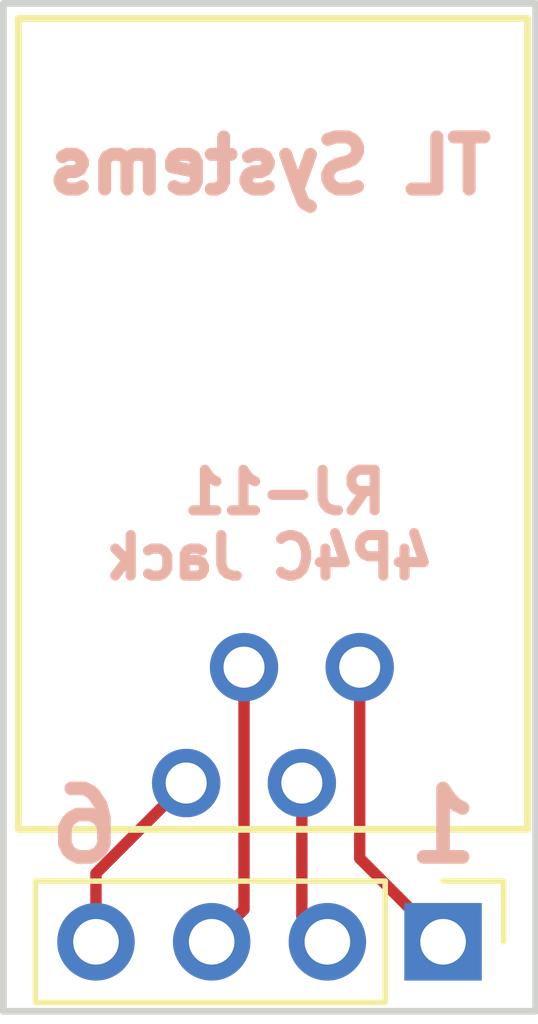
<source format=kicad_pcb>
(kicad_pcb (version 20171130) (host pcbnew "(5.0.2)-1")

  (general
    (thickness 1.6)
    (drawings 8)
    (tracks 8)
    (zones 0)
    (modules 2)
    (nets 5)
  )

  (page A)
  (title_block
    (title "RJ-11 4P4C Jack")
    (date 2019-02-10)
    (rev v0.1)
    (company "TL Systems")
  )

  (layers
    (0 F.Cu signal)
    (31 B.Cu signal)
    (32 B.Adhes user hide)
    (33 F.Adhes user hide)
    (34 B.Paste user hide)
    (35 F.Paste user hide)
    (36 B.SilkS user)
    (37 F.SilkS user)
    (38 B.Mask user hide)
    (39 F.Mask user hide)
    (40 Dwgs.User user hide)
    (41 Cmts.User user hide)
    (42 Eco1.User user hide)
    (43 Eco2.User user hide)
    (44 Edge.Cuts user)
    (45 Margin user hide)
    (46 B.CrtYd user hide)
    (47 F.CrtYd user hide)
    (48 B.Fab user hide)
    (49 F.Fab user hide)
  )

  (setup
    (last_trace_width 0.25)
    (trace_clearance 0.2)
    (zone_clearance 0.508)
    (zone_45_only no)
    (trace_min 0.2)
    (segment_width 0.2)
    (edge_width 0.15)
    (via_size 0.8)
    (via_drill 0.4)
    (via_min_size 0.4)
    (via_min_drill 0.3)
    (uvia_size 0.3)
    (uvia_drill 0.1)
    (uvias_allowed no)
    (uvia_min_size 0.2)
    (uvia_min_drill 0.1)
    (pcb_text_width 0.3)
    (pcb_text_size 1.5 1.5)
    (mod_edge_width 0.15)
    (mod_text_size 1 1)
    (mod_text_width 0.15)
    (pad_size 1.524 1.524)
    (pad_drill 0.762)
    (pad_to_mask_clearance 0.051)
    (solder_mask_min_width 0.25)
    (aux_axis_origin 0 0)
    (visible_elements FFFFFF7F)
    (pcbplotparams
      (layerselection 0x010fc_ffffffff)
      (usegerberextensions false)
      (usegerberattributes false)
      (usegerberadvancedattributes false)
      (creategerberjobfile false)
      (excludeedgelayer true)
      (linewidth 0.100000)
      (plotframeref false)
      (viasonmask false)
      (mode 1)
      (useauxorigin false)
      (hpglpennumber 1)
      (hpglpenspeed 20)
      (hpglpendiameter 15.000000)
      (psnegative false)
      (psa4output false)
      (plotreference true)
      (plotvalue true)
      (plotinvisibletext false)
      (padsonsilk false)
      (subtractmaskfromsilk false)
      (outputformat 1)
      (mirror false)
      (drillshape 0)
      (scaleselection 1)
      (outputdirectory "Gerbers"))
  )

  (net 0 "")
  (net 1 "Net-(J1-Pad1)")
  (net 2 "Net-(J1-Pad3)")
  (net 3 "Net-(J1-Pad4)")
  (net 4 "Net-(J1-Pad2)")

  (net_class Default "This is the default net class."
    (clearance 0.2)
    (trace_width 0.25)
    (via_dia 0.8)
    (via_drill 0.4)
    (uvia_dia 0.3)
    (uvia_drill 0.1)
    (add_net "Net-(J1-Pad1)")
    (add_net "Net-(J1-Pad2)")
    (add_net "Net-(J1-Pad3)")
    (add_net "Net-(J1-Pad4)")
  )

  (module TLS-Pin_Headers:RJ-11_4P4C_RightAngle (layer F.Cu) (tedit 5C60DE8D) (tstamp 5C6D70CD)
    (at 150.697001 80.593001 180)
    (path /5C60D9B8)
    (fp_text reference J1 (at -0.019117 3.010963) (layer F.SilkS) hide
      (effects (font (size 1 1) (thickness 0.15)))
    )
    (fp_text value 4P4C (at 0 -4.826) (layer F.Fab)
      (effects (font (size 1 1) (thickness 0.15)))
    )
    (fp_line (start -5.588 14.224) (end -5.588 -3.556) (layer F.SilkS) (width 0.15))
    (fp_line (start -5.588 -3.556) (end 5.588 -3.556) (layer F.SilkS) (width 0.15))
    (fp_line (start 5.588 14.224) (end 5.588 -3.556) (layer F.SilkS) (width 0.15))
    (fp_line (start 5.588 14.224) (end -5.588 14.224) (layer F.SilkS) (width 0.15))
    (pad "" np_thru_hole circle (at -3.81 6.35) (size 3.2 3.2) (drill 3.2) (layers *.Cu *.Mask))
    (pad "" np_thru_hole circle (at 3.81 6.35) (size 3.2 3.2) (drill 3.2) (layers *.Cu *.Mask))
    (pad 1 thru_hole circle (at -1.905 0) (size 1.5 1.5) (drill 0.9) (layers *.Cu *.Mask)
      (net 1 "Net-(J1-Pad1)"))
    (pad 3 thru_hole circle (at 0.635 0) (size 1.5 1.5) (drill 0.9) (layers *.Cu *.Mask)
      (net 2 "Net-(J1-Pad3)"))
    (pad 4 thru_hole circle (at 1.905 -2.54) (size 1.5 1.5) (drill 0.9) (layers *.Cu *.Mask)
      (net 3 "Net-(J1-Pad4)"))
    (pad 2 thru_hole circle (at -0.635 -2.54) (size 1.5 1.5) (drill 0.9) (layers *.Cu *.Mask)
      (net 4 "Net-(J1-Pad2)"))
  )

  (module Connector_PinHeader_2.54mm:PinHeader_1x04_P2.54mm_Vertical (layer F.Cu) (tedit 5C60DED5) (tstamp 5C6D70E5)
    (at 154.432 86.614 270)
    (descr "Through hole straight pin header, 1x04, 2.54mm pitch, single row")
    (tags "Through hole pin header THT 1x04 2.54mm single row")
    (path /5C60DA43)
    (fp_text reference J2 (at 0 -2.33 270) (layer F.SilkS) hide
      (effects (font (size 1 1) (thickness 0.15)))
    )
    (fp_text value Conn_01x04 (at 0 9.95 90) (layer F.Fab) hide
      (effects (font (size 1 1) (thickness 0.15)))
    )
    (fp_line (start -0.635 -1.27) (end 1.27 -1.27) (layer F.Fab) (width 0.1))
    (fp_line (start 1.27 -1.27) (end 1.27 8.89) (layer F.Fab) (width 0.1))
    (fp_line (start 1.27 8.89) (end -1.27 8.89) (layer F.Fab) (width 0.1))
    (fp_line (start -1.27 8.89) (end -1.27 -0.635) (layer F.Fab) (width 0.1))
    (fp_line (start -1.27 -0.635) (end -0.635 -1.27) (layer F.Fab) (width 0.1))
    (fp_line (start -1.33 8.95) (end 1.33 8.95) (layer F.SilkS) (width 0.12))
    (fp_line (start -1.33 1.27) (end -1.33 8.95) (layer F.SilkS) (width 0.12))
    (fp_line (start 1.33 1.27) (end 1.33 8.95) (layer F.SilkS) (width 0.12))
    (fp_line (start -1.33 1.27) (end 1.33 1.27) (layer F.SilkS) (width 0.12))
    (fp_line (start -1.33 0) (end -1.33 -1.33) (layer F.SilkS) (width 0.12))
    (fp_line (start -1.33 -1.33) (end 0 -1.33) (layer F.SilkS) (width 0.12))
    (fp_line (start -1.8 -1.8) (end -1.8 9.4) (layer F.CrtYd) (width 0.05))
    (fp_line (start -1.8 9.4) (end 1.8 9.4) (layer F.CrtYd) (width 0.05))
    (fp_line (start 1.8 9.4) (end 1.8 -1.8) (layer F.CrtYd) (width 0.05))
    (fp_line (start 1.8 -1.8) (end -1.8 -1.8) (layer F.CrtYd) (width 0.05))
    (fp_text user %R (at 0 3.81) (layer F.Fab)
      (effects (font (size 1 1) (thickness 0.15)))
    )
    (pad 1 thru_hole rect (at 0 0 270) (size 1.7 1.7) (drill 1) (layers *.Cu *.Mask)
      (net 1 "Net-(J1-Pad1)"))
    (pad 2 thru_hole oval (at 0 2.54 270) (size 1.7 1.7) (drill 1) (layers *.Cu *.Mask)
      (net 4 "Net-(J1-Pad2)"))
    (pad 3 thru_hole oval (at 0 5.08 270) (size 1.7 1.7) (drill 1) (layers *.Cu *.Mask)
      (net 2 "Net-(J1-Pad3)"))
    (pad 4 thru_hole oval (at 0 7.62 270) (size 1.7 1.7) (drill 1) (layers *.Cu *.Mask)
      (net 3 "Net-(J1-Pad4)"))
    (model ${KISYS3DMOD}/Connector_PinHeader_2.54mm.3dshapes/PinHeader_1x04_P2.54mm_Vertical.wrl
      (at (xyz 0 0 0))
      (scale (xyz 1 1 1))
      (rotate (xyz 0 0 0))
    )
  )

  (gr_text "RJ-11 \n4P4C Jack" (at 150.622 77.47) (layer B.SilkS)
    (effects (font (size 0.889 0.889) (thickness 0.22225)) (justify mirror))
  )
  (gr_text "TL Systems" (at 150.622 69.596) (layer B.SilkS)
    (effects (font (size 1.143 1.143) (thickness 0.28575)) (justify mirror))
  )
  (gr_text 6 (at 146.558 84.074) (layer B.SilkS)
    (effects (font (size 1.5 1.5) (thickness 0.3)) (justify mirror))
  )
  (gr_text 1 (at 154.432 84.074) (layer B.SilkS)
    (effects (font (size 1.5 1.5) (thickness 0.3)) (justify mirror))
  )
  (gr_line (start 156.464 66.04) (end 156.464 88.138) (layer Edge.Cuts) (width 0.15))
  (gr_line (start 144.78 66.04) (end 156.464 66.04) (layer Edge.Cuts) (width 0.15))
  (gr_line (start 144.78 88.138) (end 144.78 66.04) (layer Edge.Cuts) (width 0.15))
  (gr_line (start 156.464 88.138) (end 144.78 88.138) (layer Edge.Cuts) (width 0.15))

  (segment (start 152.602001 84.784001) (end 154.432 86.614) (width 0.25) (layer F.Cu) (net 1))
  (segment (start 152.602001 80.593001) (end 152.602001 84.784001) (width 0.25) (layer F.Cu) (net 1))
  (segment (start 150.062001 85.903999) (end 149.352 86.614) (width 0.25) (layer F.Cu) (net 2))
  (segment (start 150.062001 80.593001) (end 150.062001 85.903999) (width 0.25) (layer F.Cu) (net 2))
  (segment (start 146.812 85.113002) (end 146.812 86.614) (width 0.25) (layer F.Cu) (net 3))
  (segment (start 148.792001 83.133001) (end 146.812 85.113002) (width 0.25) (layer F.Cu) (net 3))
  (segment (start 151.332001 86.054001) (end 151.892 86.614) (width 0.25) (layer F.Cu) (net 4))
  (segment (start 151.332001 83.133001) (end 151.332001 86.054001) (width 0.25) (layer F.Cu) (net 4))

)

</source>
